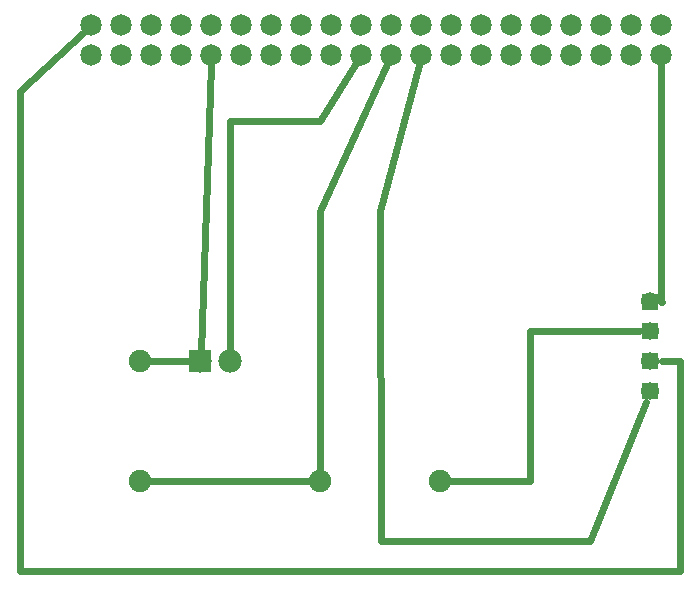
<source format=gbl>
G04 MADE WITH FRITZING*
G04 WWW.FRITZING.ORG*
G04 DOUBLE SIDED*
G04 HOLES PLATED*
G04 CONTOUR ON CENTER OF CONTOUR VECTOR*
%ASAXBY*%
%FSLAX23Y23*%
%MOIN*%
%OFA0B0*%
%SFA1.0B1.0*%
%ADD10C,0.071889*%
%ADD11C,0.071917*%
%ADD12C,0.060000*%
%ADD13C,0.075000*%
%ADD14C,0.078000*%
%ADD15R,0.055556X0.055556*%
%ADD16R,0.078000X0.078000*%
%ADD17C,0.024000*%
%LNCOPPER0*%
G90*
G70*
G54D10*
X338Y2017D03*
X438Y2017D03*
X538Y2017D03*
X638Y2017D03*
G54D11*
X738Y2017D03*
G54D10*
X838Y2017D03*
X938Y2017D03*
X1038Y2017D03*
X1138Y2017D03*
G54D11*
X1238Y2017D03*
G54D10*
X1338Y2017D03*
G54D11*
X1438Y2017D03*
G54D10*
X1538Y2017D03*
X1638Y2017D03*
X1738Y2017D03*
X1838Y2017D03*
G54D11*
X1938Y2017D03*
G54D10*
X2038Y2017D03*
X2138Y2017D03*
X2238Y2017D03*
X2238Y2117D03*
X2138Y2117D03*
X2038Y2117D03*
G54D11*
X1938Y2117D03*
G54D10*
X1838Y2117D03*
X1738Y2117D03*
X1638Y2117D03*
X1538Y2117D03*
G54D11*
X1438Y2117D03*
G54D10*
X1338Y2117D03*
G54D11*
X1238Y2117D03*
G54D10*
X1138Y2117D03*
X1038Y2117D03*
X938Y2117D03*
X838Y2117D03*
G54D11*
X738Y2117D03*
G54D10*
X638Y2117D03*
X538Y2117D03*
X438Y2117D03*
X338Y2117D03*
G54D12*
X2201Y897D03*
X2201Y997D03*
X2201Y1097D03*
X2201Y1197D03*
G54D13*
X1101Y597D03*
X1501Y597D03*
X501Y997D03*
X501Y597D03*
G54D14*
X701Y997D03*
X801Y997D03*
G54D15*
X2201Y997D03*
X2200Y898D03*
X2200Y1097D03*
X2200Y1194D03*
G54D16*
X701Y997D03*
G54D17*
X530Y997D02*
X671Y997D01*
D02*
X737Y1984D02*
X702Y1027D01*
D02*
X1800Y597D02*
X1800Y1097D01*
D02*
X1800Y1097D02*
X2162Y1097D01*
D02*
X1530Y597D02*
X1800Y597D01*
D02*
X1101Y1496D02*
X1324Y1987D01*
D02*
X1101Y625D02*
X1101Y1496D01*
D02*
X2237Y1194D02*
X2238Y1984D01*
D02*
X2239Y1194D02*
X2237Y1194D01*
D02*
X1429Y1985D02*
X1301Y1496D01*
D02*
X1301Y1496D02*
X1302Y396D01*
D02*
X1302Y396D02*
X2000Y396D01*
D02*
X2000Y396D02*
X2186Y862D01*
D02*
X2240Y997D02*
X2299Y997D01*
D02*
X2299Y997D02*
X2299Y297D01*
D02*
X2299Y297D02*
X101Y296D01*
D02*
X101Y296D02*
X101Y1897D01*
D02*
X101Y1897D02*
X314Y2095D01*
D02*
X530Y597D02*
X1073Y597D01*
D02*
X801Y1296D02*
X801Y1027D01*
D02*
X801Y1797D02*
X801Y1296D01*
D02*
X1101Y1797D02*
X801Y1797D01*
D02*
X1220Y1989D02*
X1101Y1797D01*
G04 End of Copper0*
M02*
</source>
